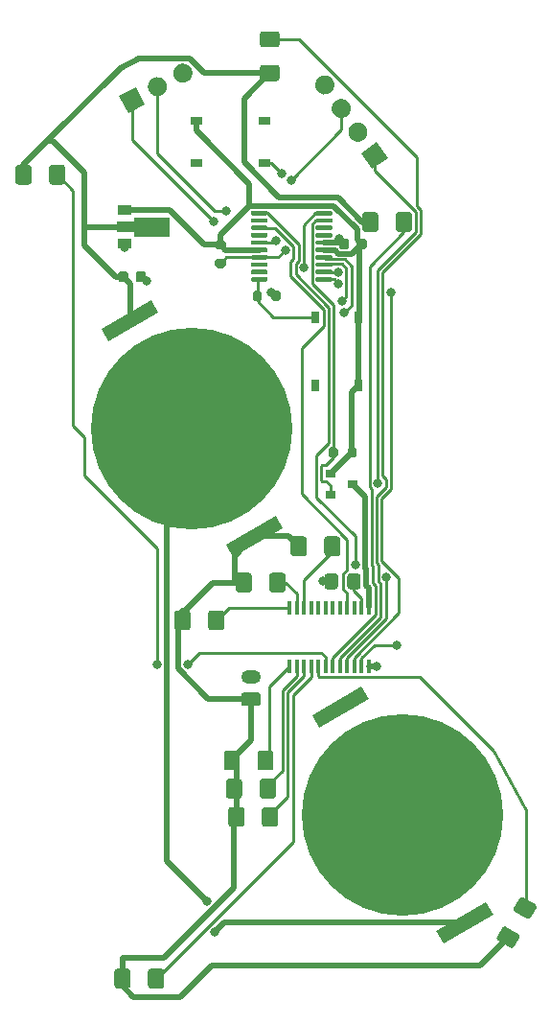
<source format=gbr>
G04 #@! TF.GenerationSoftware,KiCad,Pcbnew,5.1.7*
G04 #@! TF.CreationDate,2020-12-05T21:44:05-08:00*
G04 #@! TF.ProjectId,xmascard2020,786d6173-6361-4726-9432-3032302e6b69,rev?*
G04 #@! TF.SameCoordinates,Original*
G04 #@! TF.FileFunction,Copper,L2,Bot*
G04 #@! TF.FilePolarity,Positive*
%FSLAX46Y46*%
G04 Gerber Fmt 4.6, Leading zero omitted, Abs format (unit mm)*
G04 Created by KiCad (PCBNEW 5.1.7) date 2020-12-05 21:44:05*
%MOMM*%
%LPD*%
G01*
G04 APERTURE LIST*
G04 #@! TA.AperFunction,SMDPad,CuDef*
%ADD10C,0.100000*%
G04 #@! TD*
G04 #@! TA.AperFunction,SMDPad,CuDef*
%ADD11C,17.800000*%
G04 #@! TD*
G04 #@! TA.AperFunction,ComponentPad*
%ADD12O,1.750000X1.200000*%
G04 #@! TD*
G04 #@! TA.AperFunction,ComponentPad*
%ADD13C,0.100000*%
G04 #@! TD*
G04 #@! TA.AperFunction,SMDPad,CuDef*
%ADD14R,0.900000X0.800000*%
G04 #@! TD*
G04 #@! TA.AperFunction,SMDPad,CuDef*
%ADD15R,0.750000X1.000000*%
G04 #@! TD*
G04 #@! TA.AperFunction,SMDPad,CuDef*
%ADD16R,1.000000X0.750000*%
G04 #@! TD*
G04 #@! TA.AperFunction,SMDPad,CuDef*
%ADD17R,1.300000X0.900000*%
G04 #@! TD*
G04 #@! TA.AperFunction,SMDPad,CuDef*
%ADD18R,0.400000X1.200000*%
G04 #@! TD*
G04 #@! TA.AperFunction,ViaPad*
%ADD19C,0.800000*%
G04 #@! TD*
G04 #@! TA.AperFunction,Conductor*
%ADD20C,0.500000*%
G04 #@! TD*
G04 #@! TA.AperFunction,Conductor*
%ADD21C,0.250000*%
G04 #@! TD*
G04 APERTURE END LIST*
G04 #@! TA.AperFunction,SMDPad,CuDef*
G36*
G01*
X117425000Y-80450000D02*
X117425000Y-80950000D01*
G75*
G02*
X117200000Y-81175000I-225000J0D01*
G01*
X116750000Y-81175000D01*
G75*
G02*
X116525000Y-80950000I0J225000D01*
G01*
X116525000Y-80450000D01*
G75*
G02*
X116750000Y-80225000I225000J0D01*
G01*
X117200000Y-80225000D01*
G75*
G02*
X117425000Y-80450000I0J-225000D01*
G01*
G37*
G04 #@! TD.AperFunction*
G04 #@! TA.AperFunction,SMDPad,CuDef*
G36*
G01*
X115875000Y-80450000D02*
X115875000Y-80950000D01*
G75*
G02*
X115650000Y-81175000I-225000J0D01*
G01*
X115200000Y-81175000D01*
G75*
G02*
X114975000Y-80950000I0J225000D01*
G01*
X114975000Y-80450000D01*
G75*
G02*
X115200000Y-80225000I225000J0D01*
G01*
X115650000Y-80225000D01*
G75*
G02*
X115875000Y-80450000I0J-225000D01*
G01*
G37*
G04 #@! TD.AperFunction*
G04 #@! TA.AperFunction,SMDPad,CuDef*
D10*
G36*
X110009705Y-105793215D02*
G01*
X105610295Y-108333215D01*
X104975295Y-107233363D01*
X109374705Y-104693363D01*
X110009705Y-105793215D01*
G37*
G04 #@! TD.AperFunction*
G04 #@! TA.AperFunction,SMDPad,CuDef*
G36*
X99024705Y-86766637D02*
G01*
X94625295Y-89306637D01*
X93990295Y-88206785D01*
X98389705Y-85666785D01*
X99024705Y-86766637D01*
G37*
G04 #@! TD.AperFunction*
D11*
X102000000Y-97000000D03*
X120600000Y-131100000D03*
G04 #@! TA.AperFunction,SMDPad,CuDef*
D10*
G36*
X123575295Y-141333363D02*
G01*
X127974705Y-138793363D01*
X128609705Y-139893215D01*
X124210295Y-142433215D01*
X123575295Y-141333363D01*
G37*
G04 #@! TD.AperFunction*
G04 #@! TA.AperFunction,SMDPad,CuDef*
G36*
X112590295Y-122306785D02*
G01*
X116989705Y-119766785D01*
X117624705Y-120866637D01*
X113225295Y-123406637D01*
X112590295Y-122306785D01*
G37*
G04 #@! TD.AperFunction*
G04 #@! TA.AperFunction,SMDPad,CuDef*
G36*
G01*
X97025000Y-83850000D02*
X97025000Y-83350000D01*
G75*
G02*
X97250000Y-83125000I225000J0D01*
G01*
X97700000Y-83125000D01*
G75*
G02*
X97925000Y-83350000I0J-225000D01*
G01*
X97925000Y-83850000D01*
G75*
G02*
X97700000Y-84075000I-225000J0D01*
G01*
X97250000Y-84075000D01*
G75*
G02*
X97025000Y-83850000I0J225000D01*
G01*
G37*
G04 #@! TD.AperFunction*
G04 #@! TA.AperFunction,SMDPad,CuDef*
G36*
G01*
X95475000Y-83850000D02*
X95475000Y-83350000D01*
G75*
G02*
X95700000Y-83125000I225000J0D01*
G01*
X96150000Y-83125000D01*
G75*
G02*
X96375000Y-83350000I0J-225000D01*
G01*
X96375000Y-83850000D01*
G75*
G02*
X96150000Y-84075000I-225000J0D01*
G01*
X95700000Y-84075000D01*
G75*
G02*
X95475000Y-83850000I0J225000D01*
G01*
G37*
G04 #@! TD.AperFunction*
G04 #@! TA.AperFunction,ComponentPad*
G36*
G01*
X107825001Y-121500000D02*
X106574999Y-121500000D01*
G75*
G02*
X106325000Y-121250001I0J249999D01*
G01*
X106325000Y-120549999D01*
G75*
G02*
X106574999Y-120300000I249999J0D01*
G01*
X107825001Y-120300000D01*
G75*
G02*
X108075000Y-120549999I0J-249999D01*
G01*
X108075000Y-121250001D01*
G75*
G02*
X107825001Y-121500000I-249999J0D01*
G01*
G37*
G04 #@! TD.AperFunction*
D12*
X107200000Y-118900000D03*
G04 #@! TA.AperFunction,ComponentPad*
D13*
G36*
X95550444Y-67648545D02*
G01*
X97051455Y-66850444D01*
X97849556Y-68351455D01*
X96348545Y-69149556D01*
X95550444Y-67648545D01*
G37*
G04 #@! TD.AperFunction*
G04 #@! TA.AperFunction,ComponentPad*
G36*
G01*
X98543636Y-66057037D02*
X98543636Y-66057037D01*
G75*
G02*
X99693192Y-66408491I399051J-750505D01*
G01*
X99693192Y-66408491D01*
G75*
G02*
X99341738Y-67558047I-750505J-399051D01*
G01*
X99341738Y-67558047D01*
G75*
G02*
X98192182Y-67206593I-399051J750505D01*
G01*
X98192182Y-67206593D01*
G75*
G02*
X98543636Y-66057037I750505J399051D01*
G01*
G37*
G04 #@! TD.AperFunction*
G04 #@! TA.AperFunction,ComponentPad*
G36*
G01*
X100786323Y-64864579D02*
X100786323Y-64864579D01*
G75*
G02*
X101935879Y-65216033I399051J-750505D01*
G01*
X101935879Y-65216033D01*
G75*
G02*
X101584425Y-66365589I-750505J-399051D01*
G01*
X101584425Y-66365589D01*
G75*
G02*
X100434869Y-66014135I-399051J750505D01*
G01*
X100434869Y-66014135D01*
G75*
G02*
X100786323Y-64864579I750505J399051D01*
G01*
G37*
G04 #@! TD.AperFunction*
G04 #@! TA.AperFunction,ComponentPad*
G36*
X117891261Y-74083819D02*
G01*
X116916181Y-72691261D01*
X118308739Y-71716181D01*
X119283819Y-73108739D01*
X117891261Y-74083819D01*
G37*
G04 #@! TD.AperFunction*
G04 #@! TA.AperFunction,ComponentPad*
G36*
G01*
X115946837Y-71306894D02*
X115946837Y-71306894D01*
G75*
G02*
X116155576Y-70123075I696279J487540D01*
G01*
X116155576Y-70123075D01*
G75*
G02*
X117339395Y-70331814I487540J-696279D01*
G01*
X117339395Y-70331814D01*
G75*
G02*
X117130656Y-71515633I-696279J-487540D01*
G01*
X117130656Y-71515633D01*
G75*
G02*
X115946837Y-71306894I-487540J696279D01*
G01*
G37*
G04 #@! TD.AperFunction*
G04 #@! TA.AperFunction,ComponentPad*
G36*
G01*
X114489953Y-69226248D02*
X114489953Y-69226248D01*
G75*
G02*
X114698692Y-68042429I696279J487540D01*
G01*
X114698692Y-68042429D01*
G75*
G02*
X115882511Y-68251168I487540J-696279D01*
G01*
X115882511Y-68251168D01*
G75*
G02*
X115673772Y-69434987I-696279J-487540D01*
G01*
X115673772Y-69434987D01*
G75*
G02*
X114489953Y-69226248I-487540J696279D01*
G01*
G37*
G04 #@! TD.AperFunction*
G04 #@! TA.AperFunction,ComponentPad*
G36*
G01*
X113033069Y-67145601D02*
X113033069Y-67145601D01*
G75*
G02*
X113241808Y-65961782I696279J487540D01*
G01*
X113241808Y-65961782D01*
G75*
G02*
X114425627Y-66170521I487540J-696279D01*
G01*
X114425627Y-66170521D01*
G75*
G02*
X114216888Y-67354340I-696279J-487540D01*
G01*
X114216888Y-67354340D01*
G75*
G02*
X113033069Y-67145601I-487540J696279D01*
G01*
G37*
G04 #@! TD.AperFunction*
D14*
X114200000Y-102850000D03*
X114200000Y-100950000D03*
X116200000Y-101900000D03*
G04 #@! TA.AperFunction,SMDPad,CuDef*
G36*
G01*
X104225000Y-80375000D02*
X104775000Y-80375000D01*
G75*
G02*
X104975000Y-80575000I0J-200000D01*
G01*
X104975000Y-80975000D01*
G75*
G02*
X104775000Y-81175000I-200000J0D01*
G01*
X104225000Y-81175000D01*
G75*
G02*
X104025000Y-80975000I0J200000D01*
G01*
X104025000Y-80575000D01*
G75*
G02*
X104225000Y-80375000I200000J0D01*
G01*
G37*
G04 #@! TD.AperFunction*
G04 #@! TA.AperFunction,SMDPad,CuDef*
G36*
G01*
X104225000Y-82025000D02*
X104775000Y-82025000D01*
G75*
G02*
X104975000Y-82225000I0J-200000D01*
G01*
X104975000Y-82625000D01*
G75*
G02*
X104775000Y-82825000I-200000J0D01*
G01*
X104225000Y-82825000D01*
G75*
G02*
X104025000Y-82625000I0J200000D01*
G01*
X104025000Y-82225000D01*
G75*
G02*
X104225000Y-82025000I200000J0D01*
G01*
G37*
G04 #@! TD.AperFunction*
G04 #@! TA.AperFunction,SMDPad,CuDef*
G36*
G01*
X107375000Y-85575000D02*
X107375000Y-85025000D01*
G75*
G02*
X107575000Y-84825000I200000J0D01*
G01*
X107975000Y-84825000D01*
G75*
G02*
X108175000Y-85025000I0J-200000D01*
G01*
X108175000Y-85575000D01*
G75*
G02*
X107975000Y-85775000I-200000J0D01*
G01*
X107575000Y-85775000D01*
G75*
G02*
X107375000Y-85575000I0J200000D01*
G01*
G37*
G04 #@! TD.AperFunction*
G04 #@! TA.AperFunction,SMDPad,CuDef*
G36*
G01*
X109025000Y-85575000D02*
X109025000Y-85025000D01*
G75*
G02*
X109225000Y-84825000I200000J0D01*
G01*
X109625000Y-84825000D01*
G75*
G02*
X109825000Y-85025000I0J-200000D01*
G01*
X109825000Y-85575000D01*
G75*
G02*
X109625000Y-85775000I-200000J0D01*
G01*
X109225000Y-85775000D01*
G75*
G02*
X109025000Y-85575000I0J200000D01*
G01*
G37*
G04 #@! TD.AperFunction*
G04 #@! TA.AperFunction,SMDPad,CuDef*
G36*
G01*
X115725000Y-99375000D02*
X115725000Y-98825000D01*
G75*
G02*
X115925000Y-98625000I200000J0D01*
G01*
X116325000Y-98625000D01*
G75*
G02*
X116525000Y-98825000I0J-200000D01*
G01*
X116525000Y-99375000D01*
G75*
G02*
X116325000Y-99575000I-200000J0D01*
G01*
X115925000Y-99575000D01*
G75*
G02*
X115725000Y-99375000I0J200000D01*
G01*
G37*
G04 #@! TD.AperFunction*
G04 #@! TA.AperFunction,SMDPad,CuDef*
G36*
G01*
X114075000Y-99375000D02*
X114075000Y-98825000D01*
G75*
G02*
X114275000Y-98625000I200000J0D01*
G01*
X114675000Y-98625000D01*
G75*
G02*
X114875000Y-98825000I0J-200000D01*
G01*
X114875000Y-99375000D01*
G75*
G02*
X114675000Y-99575000I-200000J0D01*
G01*
X114275000Y-99575000D01*
G75*
G02*
X114075000Y-99375000I0J200000D01*
G01*
G37*
G04 #@! TD.AperFunction*
G04 #@! TA.AperFunction,SMDPad,CuDef*
G36*
G01*
X116900000Y-110049999D02*
X116900000Y-110950001D01*
G75*
G02*
X116650001Y-111200000I-249999J0D01*
G01*
X115949999Y-111200000D01*
G75*
G02*
X115700000Y-110950001I0J249999D01*
G01*
X115700000Y-110049999D01*
G75*
G02*
X115949999Y-109800000I249999J0D01*
G01*
X116650001Y-109800000D01*
G75*
G02*
X116900000Y-110049999I0J-249999D01*
G01*
G37*
G04 #@! TD.AperFunction*
G04 #@! TA.AperFunction,SMDPad,CuDef*
G36*
G01*
X114900000Y-110049999D02*
X114900000Y-110950001D01*
G75*
G02*
X114650001Y-111200000I-249999J0D01*
G01*
X113949999Y-111200000D01*
G75*
G02*
X113700000Y-110950001I0J249999D01*
G01*
X113700000Y-110049999D01*
G75*
G02*
X113949999Y-109800000I249999J0D01*
G01*
X114650001Y-109800000D01*
G75*
G02*
X114900000Y-110049999I0J-249999D01*
G01*
G37*
G04 #@! TD.AperFunction*
D15*
X116675000Y-93200000D03*
X116675000Y-87200000D03*
X112925000Y-87200000D03*
X112925000Y-93200000D03*
D16*
X102400000Y-69825000D03*
X108400000Y-69825000D03*
X108400000Y-73575000D03*
X102400000Y-73575000D03*
D17*
X96050000Y-80700000D03*
X96050000Y-77700000D03*
G04 #@! TA.AperFunction,SMDPad,CuDef*
D10*
G36*
X100000000Y-80066500D02*
G01*
X96875000Y-80066500D01*
X96875000Y-79650000D01*
X95400000Y-79650000D01*
X95400000Y-78750000D01*
X96875000Y-78750000D01*
X96875000Y-78333500D01*
X100000000Y-78333500D01*
X100000000Y-80066500D01*
G37*
G04 #@! TD.AperFunction*
G04 #@! TA.AperFunction,SMDPad,CuDef*
G36*
G01*
X107200000Y-83925000D02*
X107200000Y-83725000D01*
G75*
G02*
X107300000Y-83625000I100000J0D01*
G01*
X108575000Y-83625000D01*
G75*
G02*
X108675000Y-83725000I0J-100000D01*
G01*
X108675000Y-83925000D01*
G75*
G02*
X108575000Y-84025000I-100000J0D01*
G01*
X107300000Y-84025000D01*
G75*
G02*
X107200000Y-83925000I0J100000D01*
G01*
G37*
G04 #@! TD.AperFunction*
G04 #@! TA.AperFunction,SMDPad,CuDef*
G36*
G01*
X107200000Y-83275000D02*
X107200000Y-83075000D01*
G75*
G02*
X107300000Y-82975000I100000J0D01*
G01*
X108575000Y-82975000D01*
G75*
G02*
X108675000Y-83075000I0J-100000D01*
G01*
X108675000Y-83275000D01*
G75*
G02*
X108575000Y-83375000I-100000J0D01*
G01*
X107300000Y-83375000D01*
G75*
G02*
X107200000Y-83275000I0J100000D01*
G01*
G37*
G04 #@! TD.AperFunction*
G04 #@! TA.AperFunction,SMDPad,CuDef*
G36*
G01*
X107200000Y-82625000D02*
X107200000Y-82425000D01*
G75*
G02*
X107300000Y-82325000I100000J0D01*
G01*
X108575000Y-82325000D01*
G75*
G02*
X108675000Y-82425000I0J-100000D01*
G01*
X108675000Y-82625000D01*
G75*
G02*
X108575000Y-82725000I-100000J0D01*
G01*
X107300000Y-82725000D01*
G75*
G02*
X107200000Y-82625000I0J100000D01*
G01*
G37*
G04 #@! TD.AperFunction*
G04 #@! TA.AperFunction,SMDPad,CuDef*
G36*
G01*
X107200000Y-81975000D02*
X107200000Y-81775000D01*
G75*
G02*
X107300000Y-81675000I100000J0D01*
G01*
X108575000Y-81675000D01*
G75*
G02*
X108675000Y-81775000I0J-100000D01*
G01*
X108675000Y-81975000D01*
G75*
G02*
X108575000Y-82075000I-100000J0D01*
G01*
X107300000Y-82075000D01*
G75*
G02*
X107200000Y-81975000I0J100000D01*
G01*
G37*
G04 #@! TD.AperFunction*
G04 #@! TA.AperFunction,SMDPad,CuDef*
G36*
G01*
X107200000Y-81325000D02*
X107200000Y-81125000D01*
G75*
G02*
X107300000Y-81025000I100000J0D01*
G01*
X108575000Y-81025000D01*
G75*
G02*
X108675000Y-81125000I0J-100000D01*
G01*
X108675000Y-81325000D01*
G75*
G02*
X108575000Y-81425000I-100000J0D01*
G01*
X107300000Y-81425000D01*
G75*
G02*
X107200000Y-81325000I0J100000D01*
G01*
G37*
G04 #@! TD.AperFunction*
G04 #@! TA.AperFunction,SMDPad,CuDef*
G36*
G01*
X107200000Y-80675000D02*
X107200000Y-80475000D01*
G75*
G02*
X107300000Y-80375000I100000J0D01*
G01*
X108575000Y-80375000D01*
G75*
G02*
X108675000Y-80475000I0J-100000D01*
G01*
X108675000Y-80675000D01*
G75*
G02*
X108575000Y-80775000I-100000J0D01*
G01*
X107300000Y-80775000D01*
G75*
G02*
X107200000Y-80675000I0J100000D01*
G01*
G37*
G04 #@! TD.AperFunction*
G04 #@! TA.AperFunction,SMDPad,CuDef*
G36*
G01*
X107200000Y-80025000D02*
X107200000Y-79825000D01*
G75*
G02*
X107300000Y-79725000I100000J0D01*
G01*
X108575000Y-79725000D01*
G75*
G02*
X108675000Y-79825000I0J-100000D01*
G01*
X108675000Y-80025000D01*
G75*
G02*
X108575000Y-80125000I-100000J0D01*
G01*
X107300000Y-80125000D01*
G75*
G02*
X107200000Y-80025000I0J100000D01*
G01*
G37*
G04 #@! TD.AperFunction*
G04 #@! TA.AperFunction,SMDPad,CuDef*
G36*
G01*
X107200000Y-79375000D02*
X107200000Y-79175000D01*
G75*
G02*
X107300000Y-79075000I100000J0D01*
G01*
X108575000Y-79075000D01*
G75*
G02*
X108675000Y-79175000I0J-100000D01*
G01*
X108675000Y-79375000D01*
G75*
G02*
X108575000Y-79475000I-100000J0D01*
G01*
X107300000Y-79475000D01*
G75*
G02*
X107200000Y-79375000I0J100000D01*
G01*
G37*
G04 #@! TD.AperFunction*
G04 #@! TA.AperFunction,SMDPad,CuDef*
G36*
G01*
X107200000Y-78725000D02*
X107200000Y-78525000D01*
G75*
G02*
X107300000Y-78425000I100000J0D01*
G01*
X108575000Y-78425000D01*
G75*
G02*
X108675000Y-78525000I0J-100000D01*
G01*
X108675000Y-78725000D01*
G75*
G02*
X108575000Y-78825000I-100000J0D01*
G01*
X107300000Y-78825000D01*
G75*
G02*
X107200000Y-78725000I0J100000D01*
G01*
G37*
G04 #@! TD.AperFunction*
G04 #@! TA.AperFunction,SMDPad,CuDef*
G36*
G01*
X107200000Y-78075000D02*
X107200000Y-77875000D01*
G75*
G02*
X107300000Y-77775000I100000J0D01*
G01*
X108575000Y-77775000D01*
G75*
G02*
X108675000Y-77875000I0J-100000D01*
G01*
X108675000Y-78075000D01*
G75*
G02*
X108575000Y-78175000I-100000J0D01*
G01*
X107300000Y-78175000D01*
G75*
G02*
X107200000Y-78075000I0J100000D01*
G01*
G37*
G04 #@! TD.AperFunction*
G04 #@! TA.AperFunction,SMDPad,CuDef*
G36*
G01*
X112925000Y-78075000D02*
X112925000Y-77875000D01*
G75*
G02*
X113025000Y-77775000I100000J0D01*
G01*
X114300000Y-77775000D01*
G75*
G02*
X114400000Y-77875000I0J-100000D01*
G01*
X114400000Y-78075000D01*
G75*
G02*
X114300000Y-78175000I-100000J0D01*
G01*
X113025000Y-78175000D01*
G75*
G02*
X112925000Y-78075000I0J100000D01*
G01*
G37*
G04 #@! TD.AperFunction*
G04 #@! TA.AperFunction,SMDPad,CuDef*
G36*
G01*
X112925000Y-78725000D02*
X112925000Y-78525000D01*
G75*
G02*
X113025000Y-78425000I100000J0D01*
G01*
X114300000Y-78425000D01*
G75*
G02*
X114400000Y-78525000I0J-100000D01*
G01*
X114400000Y-78725000D01*
G75*
G02*
X114300000Y-78825000I-100000J0D01*
G01*
X113025000Y-78825000D01*
G75*
G02*
X112925000Y-78725000I0J100000D01*
G01*
G37*
G04 #@! TD.AperFunction*
G04 #@! TA.AperFunction,SMDPad,CuDef*
G36*
G01*
X112925000Y-79375000D02*
X112925000Y-79175000D01*
G75*
G02*
X113025000Y-79075000I100000J0D01*
G01*
X114300000Y-79075000D01*
G75*
G02*
X114400000Y-79175000I0J-100000D01*
G01*
X114400000Y-79375000D01*
G75*
G02*
X114300000Y-79475000I-100000J0D01*
G01*
X113025000Y-79475000D01*
G75*
G02*
X112925000Y-79375000I0J100000D01*
G01*
G37*
G04 #@! TD.AperFunction*
G04 #@! TA.AperFunction,SMDPad,CuDef*
G36*
G01*
X112925000Y-80025000D02*
X112925000Y-79825000D01*
G75*
G02*
X113025000Y-79725000I100000J0D01*
G01*
X114300000Y-79725000D01*
G75*
G02*
X114400000Y-79825000I0J-100000D01*
G01*
X114400000Y-80025000D01*
G75*
G02*
X114300000Y-80125000I-100000J0D01*
G01*
X113025000Y-80125000D01*
G75*
G02*
X112925000Y-80025000I0J100000D01*
G01*
G37*
G04 #@! TD.AperFunction*
G04 #@! TA.AperFunction,SMDPad,CuDef*
G36*
G01*
X112925000Y-80675000D02*
X112925000Y-80475000D01*
G75*
G02*
X113025000Y-80375000I100000J0D01*
G01*
X114300000Y-80375000D01*
G75*
G02*
X114400000Y-80475000I0J-100000D01*
G01*
X114400000Y-80675000D01*
G75*
G02*
X114300000Y-80775000I-100000J0D01*
G01*
X113025000Y-80775000D01*
G75*
G02*
X112925000Y-80675000I0J100000D01*
G01*
G37*
G04 #@! TD.AperFunction*
G04 #@! TA.AperFunction,SMDPad,CuDef*
G36*
G01*
X112925000Y-81325000D02*
X112925000Y-81125000D01*
G75*
G02*
X113025000Y-81025000I100000J0D01*
G01*
X114300000Y-81025000D01*
G75*
G02*
X114400000Y-81125000I0J-100000D01*
G01*
X114400000Y-81325000D01*
G75*
G02*
X114300000Y-81425000I-100000J0D01*
G01*
X113025000Y-81425000D01*
G75*
G02*
X112925000Y-81325000I0J100000D01*
G01*
G37*
G04 #@! TD.AperFunction*
G04 #@! TA.AperFunction,SMDPad,CuDef*
G36*
G01*
X112925000Y-81975000D02*
X112925000Y-81775000D01*
G75*
G02*
X113025000Y-81675000I100000J0D01*
G01*
X114300000Y-81675000D01*
G75*
G02*
X114400000Y-81775000I0J-100000D01*
G01*
X114400000Y-81975000D01*
G75*
G02*
X114300000Y-82075000I-100000J0D01*
G01*
X113025000Y-82075000D01*
G75*
G02*
X112925000Y-81975000I0J100000D01*
G01*
G37*
G04 #@! TD.AperFunction*
G04 #@! TA.AperFunction,SMDPad,CuDef*
G36*
G01*
X112925000Y-82625000D02*
X112925000Y-82425000D01*
G75*
G02*
X113025000Y-82325000I100000J0D01*
G01*
X114300000Y-82325000D01*
G75*
G02*
X114400000Y-82425000I0J-100000D01*
G01*
X114400000Y-82625000D01*
G75*
G02*
X114300000Y-82725000I-100000J0D01*
G01*
X113025000Y-82725000D01*
G75*
G02*
X112925000Y-82625000I0J100000D01*
G01*
G37*
G04 #@! TD.AperFunction*
G04 #@! TA.AperFunction,SMDPad,CuDef*
G36*
G01*
X112925000Y-83275000D02*
X112925000Y-83075000D01*
G75*
G02*
X113025000Y-82975000I100000J0D01*
G01*
X114300000Y-82975000D01*
G75*
G02*
X114400000Y-83075000I0J-100000D01*
G01*
X114400000Y-83275000D01*
G75*
G02*
X114300000Y-83375000I-100000J0D01*
G01*
X113025000Y-83375000D01*
G75*
G02*
X112925000Y-83275000I0J100000D01*
G01*
G37*
G04 #@! TD.AperFunction*
G04 #@! TA.AperFunction,SMDPad,CuDef*
G36*
G01*
X112925000Y-83925000D02*
X112925000Y-83725000D01*
G75*
G02*
X113025000Y-83625000I100000J0D01*
G01*
X114300000Y-83625000D01*
G75*
G02*
X114400000Y-83725000I0J-100000D01*
G01*
X114400000Y-83925000D01*
G75*
G02*
X114300000Y-84025000I-100000J0D01*
G01*
X113025000Y-84025000D01*
G75*
G02*
X112925000Y-83925000I0J100000D01*
G01*
G37*
G04 #@! TD.AperFunction*
D18*
X117592500Y-118000000D03*
X116957500Y-118000000D03*
X116322500Y-118000000D03*
X115687500Y-118000000D03*
X115052500Y-118000000D03*
X114417500Y-118000000D03*
X113782500Y-118000000D03*
X113147500Y-118000000D03*
X112512500Y-118000000D03*
X111877500Y-118000000D03*
X111242500Y-118000000D03*
X110607500Y-118000000D03*
X110607500Y-112800000D03*
X111242500Y-112800000D03*
X111877500Y-112800000D03*
X112512500Y-112800000D03*
X113147500Y-112800000D03*
X113782500Y-112800000D03*
X114417500Y-112800000D03*
X115052500Y-112800000D03*
X115687500Y-112800000D03*
X116322500Y-112800000D03*
X116957500Y-112800000D03*
X117592500Y-112800000D03*
G04 #@! TA.AperFunction,SMDPad,CuDef*
G36*
G01*
X121428024Y-78134000D02*
X121428024Y-79384000D01*
G75*
G02*
X121178024Y-79634000I-250000J0D01*
G01*
X120253024Y-79634000D01*
G75*
G02*
X120003024Y-79384000I0J250000D01*
G01*
X120003024Y-78134000D01*
G75*
G02*
X120253024Y-77884000I250000J0D01*
G01*
X121178024Y-77884000D01*
G75*
G02*
X121428024Y-78134000I0J-250000D01*
G01*
G37*
G04 #@! TD.AperFunction*
G04 #@! TA.AperFunction,SMDPad,CuDef*
G36*
G01*
X118453024Y-78134000D02*
X118453024Y-79384000D01*
G75*
G02*
X118203024Y-79634000I-250000J0D01*
G01*
X117278024Y-79634000D01*
G75*
G02*
X117028024Y-79384000I0J250000D01*
G01*
X117028024Y-78134000D01*
G75*
G02*
X117278024Y-77884000I250000J0D01*
G01*
X118203024Y-77884000D01*
G75*
G02*
X118453024Y-78134000I0J-250000D01*
G01*
G37*
G04 #@! TD.AperFunction*
G04 #@! TA.AperFunction,SMDPad,CuDef*
G36*
G01*
X108234436Y-64890000D02*
X109484436Y-64890000D01*
G75*
G02*
X109734436Y-65140000I0J-250000D01*
G01*
X109734436Y-66065000D01*
G75*
G02*
X109484436Y-66315000I-250000J0D01*
G01*
X108234436Y-66315000D01*
G75*
G02*
X107984436Y-66065000I0J250000D01*
G01*
X107984436Y-65140000D01*
G75*
G02*
X108234436Y-64890000I250000J0D01*
G01*
G37*
G04 #@! TD.AperFunction*
G04 #@! TA.AperFunction,SMDPad,CuDef*
G36*
G01*
X108234436Y-61915000D02*
X109484436Y-61915000D01*
G75*
G02*
X109734436Y-62165000I0J-250000D01*
G01*
X109734436Y-63090000D01*
G75*
G02*
X109484436Y-63340000I-250000J0D01*
G01*
X108234436Y-63340000D01*
G75*
G02*
X107984436Y-63090000I0J250000D01*
G01*
X107984436Y-62165000D01*
G75*
G02*
X108234436Y-61915000I250000J0D01*
G01*
G37*
G04 #@! TD.AperFunction*
G04 #@! TA.AperFunction,SMDPad,CuDef*
G36*
G01*
X90790972Y-73958000D02*
X90790972Y-75208000D01*
G75*
G02*
X90540972Y-75458000I-250000J0D01*
G01*
X89615972Y-75458000D01*
G75*
G02*
X89365972Y-75208000I0J250000D01*
G01*
X89365972Y-73958000D01*
G75*
G02*
X89615972Y-73708000I250000J0D01*
G01*
X90540972Y-73708000D01*
G75*
G02*
X90790972Y-73958000I0J-250000D01*
G01*
G37*
G04 #@! TD.AperFunction*
G04 #@! TA.AperFunction,SMDPad,CuDef*
G36*
G01*
X87815972Y-73958000D02*
X87815972Y-75208000D01*
G75*
G02*
X87565972Y-75458000I-250000J0D01*
G01*
X86640972Y-75458000D01*
G75*
G02*
X86390972Y-75208000I0J250000D01*
G01*
X86390972Y-73958000D01*
G75*
G02*
X86640972Y-73708000I250000J0D01*
G01*
X87565972Y-73708000D01*
G75*
G02*
X87815972Y-73958000I0J-250000D01*
G01*
G37*
G04 #@! TD.AperFunction*
G04 #@! TA.AperFunction,SMDPad,CuDef*
G36*
G01*
X131234814Y-138411244D02*
X132317346Y-139036244D01*
G75*
G02*
X132408852Y-139377750I-125000J-216506D01*
G01*
X131946352Y-140178824D01*
G75*
G02*
X131604846Y-140270330I-216506J125000D01*
G01*
X130522314Y-139645330D01*
G75*
G02*
X130430808Y-139303824I125000J216506D01*
G01*
X130893308Y-138502750D01*
G75*
G02*
X131234814Y-138411244I216506J-125000D01*
G01*
G37*
G04 #@! TD.AperFunction*
G04 #@! TA.AperFunction,SMDPad,CuDef*
G36*
G01*
X129747314Y-140987670D02*
X130829846Y-141612670D01*
G75*
G02*
X130921352Y-141954176I-125000J-216506D01*
G01*
X130458852Y-142755250D01*
G75*
G02*
X130117346Y-142846756I-216506J125000D01*
G01*
X129034814Y-142221756D01*
G75*
G02*
X128943308Y-141880250I125000J216506D01*
G01*
X129405808Y-141079176D01*
G75*
G02*
X129747314Y-140987670I216506J-125000D01*
G01*
G37*
G04 #@! TD.AperFunction*
G04 #@! TA.AperFunction,SMDPad,CuDef*
G36*
G01*
X106625000Y-130675000D02*
X106625000Y-131925000D01*
G75*
G02*
X106375000Y-132175000I-250000J0D01*
G01*
X105450000Y-132175000D01*
G75*
G02*
X105200000Y-131925000I0J250000D01*
G01*
X105200000Y-130675000D01*
G75*
G02*
X105450000Y-130425000I250000J0D01*
G01*
X106375000Y-130425000D01*
G75*
G02*
X106625000Y-130675000I0J-250000D01*
G01*
G37*
G04 #@! TD.AperFunction*
G04 #@! TA.AperFunction,SMDPad,CuDef*
G36*
G01*
X109600000Y-130675000D02*
X109600000Y-131925000D01*
G75*
G02*
X109350000Y-132175000I-250000J0D01*
G01*
X108425000Y-132175000D01*
G75*
G02*
X108175000Y-131925000I0J250000D01*
G01*
X108175000Y-130675000D01*
G75*
G02*
X108425000Y-130425000I250000J0D01*
G01*
X109350000Y-130425000D01*
G75*
G02*
X109600000Y-130675000I0J-250000D01*
G01*
G37*
G04 #@! TD.AperFunction*
G04 #@! TA.AperFunction,SMDPad,CuDef*
G36*
G01*
X109400000Y-128175000D02*
X109400000Y-129425000D01*
G75*
G02*
X109150000Y-129675000I-250000J0D01*
G01*
X108225000Y-129675000D01*
G75*
G02*
X107975000Y-129425000I0J250000D01*
G01*
X107975000Y-128175000D01*
G75*
G02*
X108225000Y-127925000I250000J0D01*
G01*
X109150000Y-127925000D01*
G75*
G02*
X109400000Y-128175000I0J-250000D01*
G01*
G37*
G04 #@! TD.AperFunction*
G04 #@! TA.AperFunction,SMDPad,CuDef*
G36*
G01*
X106425000Y-128175000D02*
X106425000Y-129425000D01*
G75*
G02*
X106175000Y-129675000I-250000J0D01*
G01*
X105250000Y-129675000D01*
G75*
G02*
X105000000Y-129425000I0J250000D01*
G01*
X105000000Y-128175000D01*
G75*
G02*
X105250000Y-127925000I250000J0D01*
G01*
X106175000Y-127925000D01*
G75*
G02*
X106425000Y-128175000I0J-250000D01*
G01*
G37*
G04 #@! TD.AperFunction*
G04 #@! TA.AperFunction,SMDPad,CuDef*
G36*
G01*
X106225000Y-125675000D02*
X106225000Y-126925000D01*
G75*
G02*
X105975000Y-127175000I-250000J0D01*
G01*
X105050000Y-127175000D01*
G75*
G02*
X104800000Y-126925000I0J250000D01*
G01*
X104800000Y-125675000D01*
G75*
G02*
X105050000Y-125425000I250000J0D01*
G01*
X105975000Y-125425000D01*
G75*
G02*
X106225000Y-125675000I0J-250000D01*
G01*
G37*
G04 #@! TD.AperFunction*
G04 #@! TA.AperFunction,SMDPad,CuDef*
G36*
G01*
X109200000Y-125675000D02*
X109200000Y-126925000D01*
G75*
G02*
X108950000Y-127175000I-250000J0D01*
G01*
X108025000Y-127175000D01*
G75*
G02*
X107775000Y-126925000I0J250000D01*
G01*
X107775000Y-125675000D01*
G75*
G02*
X108025000Y-125425000I250000J0D01*
G01*
X108950000Y-125425000D01*
G75*
G02*
X109200000Y-125675000I0J-250000D01*
G01*
G37*
G04 #@! TD.AperFunction*
G04 #@! TA.AperFunction,SMDPad,CuDef*
G36*
G01*
X99533344Y-144948000D02*
X99533344Y-146198000D01*
G75*
G02*
X99283344Y-146448000I-250000J0D01*
G01*
X98358344Y-146448000D01*
G75*
G02*
X98108344Y-146198000I0J250000D01*
G01*
X98108344Y-144948000D01*
G75*
G02*
X98358344Y-144698000I250000J0D01*
G01*
X99283344Y-144698000D01*
G75*
G02*
X99533344Y-144948000I0J-250000D01*
G01*
G37*
G04 #@! TD.AperFunction*
G04 #@! TA.AperFunction,SMDPad,CuDef*
G36*
G01*
X96558344Y-144948000D02*
X96558344Y-146198000D01*
G75*
G02*
X96308344Y-146448000I-250000J0D01*
G01*
X95383344Y-146448000D01*
G75*
G02*
X95133344Y-146198000I0J250000D01*
G01*
X95133344Y-144948000D01*
G75*
G02*
X95383344Y-144698000I250000J0D01*
G01*
X96308344Y-144698000D01*
G75*
G02*
X96558344Y-144948000I0J-250000D01*
G01*
G37*
G04 #@! TD.AperFunction*
G04 #@! TA.AperFunction,SMDPad,CuDef*
G36*
G01*
X101863279Y-113316000D02*
X101863279Y-114566000D01*
G75*
G02*
X101613279Y-114816000I-250000J0D01*
G01*
X100688279Y-114816000D01*
G75*
G02*
X100438279Y-114566000I0J250000D01*
G01*
X100438279Y-113316000D01*
G75*
G02*
X100688279Y-113066000I250000J0D01*
G01*
X101613279Y-113066000D01*
G75*
G02*
X101863279Y-113316000I0J-250000D01*
G01*
G37*
G04 #@! TD.AperFunction*
G04 #@! TA.AperFunction,SMDPad,CuDef*
G36*
G01*
X104838279Y-113316000D02*
X104838279Y-114566000D01*
G75*
G02*
X104588279Y-114816000I-250000J0D01*
G01*
X103663279Y-114816000D01*
G75*
G02*
X103413279Y-114566000I0J250000D01*
G01*
X103413279Y-113316000D01*
G75*
G02*
X103663279Y-113066000I250000J0D01*
G01*
X104588279Y-113066000D01*
G75*
G02*
X104838279Y-113316000I0J-250000D01*
G01*
G37*
G04 #@! TD.AperFunction*
G04 #@! TA.AperFunction,SMDPad,CuDef*
G36*
G01*
X110249830Y-109978000D02*
X110249830Y-111228000D01*
G75*
G02*
X109999830Y-111478000I-250000J0D01*
G01*
X109074830Y-111478000D01*
G75*
G02*
X108824830Y-111228000I0J250000D01*
G01*
X108824830Y-109978000D01*
G75*
G02*
X109074830Y-109728000I250000J0D01*
G01*
X109999830Y-109728000D01*
G75*
G02*
X110249830Y-109978000I0J-250000D01*
G01*
G37*
G04 #@! TD.AperFunction*
G04 #@! TA.AperFunction,SMDPad,CuDef*
G36*
G01*
X107274830Y-109978000D02*
X107274830Y-111228000D01*
G75*
G02*
X107024830Y-111478000I-250000J0D01*
G01*
X106099830Y-111478000D01*
G75*
G02*
X105849830Y-111228000I0J250000D01*
G01*
X105849830Y-109978000D01*
G75*
G02*
X106099830Y-109728000I250000J0D01*
G01*
X107024830Y-109728000D01*
G75*
G02*
X107274830Y-109978000I0J-250000D01*
G01*
G37*
G04 #@! TD.AperFunction*
G04 #@! TA.AperFunction,SMDPad,CuDef*
G36*
G01*
X112132443Y-106768000D02*
X112132443Y-108018000D01*
G75*
G02*
X111882443Y-108268000I-250000J0D01*
G01*
X110957443Y-108268000D01*
G75*
G02*
X110707443Y-108018000I0J250000D01*
G01*
X110707443Y-106768000D01*
G75*
G02*
X110957443Y-106518000I250000J0D01*
G01*
X111882443Y-106518000D01*
G75*
G02*
X112132443Y-106768000I0J-250000D01*
G01*
G37*
G04 #@! TD.AperFunction*
G04 #@! TA.AperFunction,SMDPad,CuDef*
G36*
G01*
X115107443Y-106768000D02*
X115107443Y-108018000D01*
G75*
G02*
X114857443Y-108268000I-250000J0D01*
G01*
X113932443Y-108268000D01*
G75*
G02*
X113682443Y-108018000I0J250000D01*
G01*
X113682443Y-106768000D01*
G75*
G02*
X113932443Y-106518000I250000J0D01*
G01*
X114857443Y-106518000D01*
G75*
G02*
X115107443Y-106768000I0J-250000D01*
G01*
G37*
G04 #@! TD.AperFunction*
D19*
X109000000Y-85000000D03*
X96000000Y-81000000D03*
X103300000Y-138700000D03*
X103963893Y-141455271D03*
X98000000Y-84000000D03*
X115000000Y-80200000D03*
X118300000Y-118000000D03*
X113600000Y-110500000D03*
X120600000Y-131100000D03*
X101600000Y-117800000D03*
X98900000Y-117800000D03*
X115454450Y-86743797D03*
X103900000Y-78700000D03*
X115236054Y-85746927D03*
X105000000Y-77800000D03*
X114887183Y-83175061D03*
X118400000Y-101800000D03*
X120100000Y-116100000D03*
X114900000Y-84174990D03*
X110230894Y-81243177D03*
X110750001Y-75049999D03*
X109374990Y-80430866D03*
X109900000Y-74500000D03*
X119161357Y-110113633D03*
X116424710Y-109000000D03*
X111874980Y-82800000D03*
X119575021Y-85000000D03*
D20*
X96507500Y-84182500D02*
X95925000Y-83600000D01*
X96507500Y-87486711D02*
X96507500Y-84182500D01*
X95925000Y-83600000D02*
X95245472Y-83600000D01*
X95245472Y-83600000D02*
X92472736Y-80827264D01*
X110540232Y-106513289D02*
X111419943Y-107393000D01*
X107492500Y-106513289D02*
X110540232Y-106513289D01*
X105849830Y-110603000D02*
X106562330Y-110603000D01*
X105757649Y-108248140D02*
X105757649Y-110510819D01*
X105757649Y-110510819D02*
X105849830Y-110603000D01*
X107492500Y-106513289D02*
X105757649Y-108248140D01*
X101150779Y-113941000D02*
X101150779Y-113066000D01*
X95845844Y-144698000D02*
X95845844Y-145573000D01*
X95845844Y-143745844D02*
X95845844Y-144698000D01*
X107200000Y-120900000D02*
X107200000Y-124512500D01*
X107200000Y-124512500D02*
X105412500Y-126300000D01*
X100749998Y-118208002D02*
X103441996Y-120900000D01*
X103441996Y-120900000D02*
X107200000Y-120900000D01*
X106562330Y-110603000D02*
X103830316Y-110603000D01*
X103830316Y-110603000D02*
X100749998Y-113683318D01*
X100749998Y-113683318D02*
X100749998Y-118208002D01*
X87678460Y-73133012D02*
X87103472Y-73708000D01*
X87103472Y-73708000D02*
X87103472Y-74583000D01*
X95845844Y-143745844D02*
X95845844Y-146232281D01*
X100961824Y-147175010D02*
X103736834Y-144400000D01*
X96788573Y-147175010D02*
X100961824Y-147175010D01*
X105712500Y-131300000D02*
X105712500Y-137535804D01*
X99502460Y-143745844D02*
X95845844Y-143745844D01*
X105712500Y-137535804D02*
X99502460Y-143745844D01*
X95845844Y-146232281D02*
X96788573Y-147175010D01*
X127449543Y-144400000D02*
X129932330Y-141917213D01*
X103736834Y-144400000D02*
X127449543Y-144400000D01*
X105912500Y-126300000D02*
X105912500Y-128800000D01*
X105912500Y-128800000D02*
X105912500Y-131300000D01*
X103096792Y-65602500D02*
X101809375Y-64315083D01*
X108859436Y-65602500D02*
X103096792Y-65602500D01*
X97283683Y-64315083D02*
X95686234Y-65125238D01*
X101809375Y-64315083D02*
X97283683Y-64315083D01*
X95686234Y-65125238D02*
X89205736Y-71605736D01*
X89205736Y-71605736D02*
X87678460Y-73133012D01*
X89705736Y-71605736D02*
X89205736Y-71605736D01*
X92472736Y-74372736D02*
X89705736Y-71605736D01*
X92500000Y-79200000D02*
X92472736Y-79172736D01*
X96137500Y-79200000D02*
X92500000Y-79200000D01*
X92472736Y-80827264D02*
X92472736Y-79172736D01*
X92472736Y-79172736D02*
X92472736Y-74372736D01*
X117059000Y-78759000D02*
X117740524Y-78759000D01*
X114900000Y-76600000D02*
X117059000Y-78759000D01*
X109700000Y-76600000D02*
X114900000Y-76600000D01*
X106600000Y-73500000D02*
X109700000Y-76600000D01*
X108859436Y-65602500D02*
X106600000Y-67861936D01*
X106600000Y-67861936D02*
X106600000Y-73500000D01*
X99800000Y-99200000D02*
X102000000Y-97000000D01*
X103300000Y-138700000D02*
X99800000Y-135200000D01*
X99800000Y-135200000D02*
X99800000Y-99200000D01*
X126092500Y-140613289D02*
X104805875Y-140613289D01*
X104805875Y-140613289D02*
X103963893Y-141455271D01*
X97600000Y-83600000D02*
X98000000Y-84000000D01*
X97475000Y-83600000D02*
X97600000Y-83600000D01*
X109125000Y-85000000D02*
X109425000Y-85300000D01*
X109000000Y-85000000D02*
X109125000Y-85000000D01*
X115300000Y-80575000D02*
X115325000Y-80600000D01*
X113662500Y-80575000D02*
X115300000Y-80575000D01*
D21*
X115325000Y-80600000D02*
X115325000Y-80525000D01*
X115325000Y-80525000D02*
X115000000Y-80200000D01*
D20*
X117592500Y-118000000D02*
X118300000Y-118000000D01*
D21*
X114300000Y-110500000D02*
X113600000Y-110500000D01*
D20*
X104950000Y-81225000D02*
X104500000Y-80775000D01*
X107937500Y-81225000D02*
X104950000Y-81225000D01*
X103077912Y-80775000D02*
X104500000Y-80775000D01*
X100002912Y-77700000D02*
X103077912Y-80775000D01*
X96050000Y-77700000D02*
X100002912Y-77700000D01*
X96125000Y-77625000D02*
X96050000Y-77700000D01*
X114275000Y-100950000D02*
X116125000Y-99100000D01*
X114200000Y-100950000D02*
X114275000Y-100950000D01*
X116125000Y-93750000D02*
X116675000Y-93200000D01*
X116125000Y-99100000D02*
X116125000Y-93750000D01*
X116675000Y-87200000D02*
X116675000Y-93200000D01*
X116767563Y-80707437D02*
X116875000Y-80600000D01*
X116675000Y-87200000D02*
X116767563Y-87107437D01*
X116767563Y-87107437D02*
X116767563Y-80707437D01*
X104500000Y-79897166D02*
X107072176Y-77324990D01*
X104500000Y-80775000D02*
X104500000Y-79897166D01*
X107072176Y-77324990D02*
X108324990Y-77324990D01*
X116578014Y-80303014D02*
X116875000Y-80600000D01*
X114527824Y-77324990D02*
X116578014Y-79375180D01*
X116578014Y-79375180D02*
X116578014Y-80303014D01*
X108324990Y-77324990D02*
X114527824Y-77324990D01*
X114950638Y-81552010D02*
X116122990Y-81552010D01*
X116122990Y-81552010D02*
X116975000Y-80700000D01*
X114623628Y-81225000D02*
X114950638Y-81552010D01*
X113662500Y-81225000D02*
X114623628Y-81225000D01*
X107072176Y-75372176D02*
X107072176Y-77324990D01*
X102400000Y-70700000D02*
X107072176Y-75372176D01*
X102400000Y-69825000D02*
X102400000Y-70700000D01*
D21*
X118850011Y-101177007D02*
X118850011Y-83186400D01*
X122203045Y-77709420D02*
X121866203Y-77372579D01*
X119125002Y-102148002D02*
X119125002Y-101451998D01*
X118850011Y-83186400D02*
X122203045Y-79833366D01*
X121866203Y-77372579D02*
X121866203Y-73055914D01*
X122203045Y-79833366D02*
X122203045Y-77709420D01*
X119125002Y-101451998D02*
X118850011Y-101177007D01*
X111437789Y-62627500D02*
X108859436Y-62627500D01*
X121866203Y-73055914D02*
X111437789Y-62627500D01*
X118299742Y-102973262D02*
X119125002Y-102148002D01*
X118436355Y-108999722D02*
X118299742Y-108863109D01*
X118299742Y-108863109D02*
X118299742Y-102973262D01*
X118436355Y-110461635D02*
X118436355Y-108999722D01*
X118649988Y-110675268D02*
X118436355Y-110461635D01*
X118649988Y-113648277D02*
X118649988Y-110675268D01*
X115052500Y-117245765D02*
X118649988Y-113648277D01*
X115052500Y-118000000D02*
X115052500Y-117245765D01*
X118199977Y-113461877D02*
X118199977Y-110861668D01*
X114417500Y-118000000D02*
X114417500Y-117244354D01*
X114417500Y-117244354D02*
X118199977Y-113461877D01*
X117674998Y-102148002D02*
X117674998Y-82674526D01*
X117674998Y-82674526D02*
X120715524Y-79634000D01*
X118199977Y-110861668D02*
X117986344Y-110648035D01*
X117986344Y-109186122D02*
X117849731Y-109049509D01*
X120715524Y-79634000D02*
X120715524Y-78759000D01*
X117849731Y-109049509D02*
X117849731Y-102322735D01*
X117986344Y-110648035D02*
X117986344Y-109186122D01*
X117849731Y-102322735D02*
X117674998Y-102148002D01*
X92500000Y-101153002D02*
X92500000Y-97726416D01*
X91500000Y-76004528D02*
X90078472Y-74583000D01*
X92500000Y-97726416D02*
X91500000Y-96726416D01*
X98900000Y-117800000D02*
X98900000Y-107553002D01*
X91500000Y-96726416D02*
X91500000Y-76004528D01*
X98900000Y-107553002D02*
X92500000Y-101153002D01*
X102625001Y-116774999D02*
X101600000Y-117800000D01*
X113407499Y-116774999D02*
X102625001Y-116774999D01*
X113782500Y-117150000D02*
X113407499Y-116774999D01*
X113782500Y-118000000D02*
X113782500Y-117150000D01*
X113147500Y-118850000D02*
X113222501Y-118925001D01*
X128665031Y-125465031D02*
X131500000Y-130739084D01*
X131500000Y-139260617D02*
X131419830Y-139340787D01*
X113147500Y-118000000D02*
X113147500Y-118850000D01*
X122125001Y-118925001D02*
X128665031Y-125465031D01*
X113222501Y-118925001D02*
X122125001Y-118925001D01*
X131500000Y-130739084D02*
X131500000Y-139260617D01*
X110900022Y-120499978D02*
X110900022Y-133493822D01*
X110900022Y-133493822D02*
X98820844Y-145573000D01*
X112512500Y-118000000D02*
X112512500Y-118887500D01*
X112512500Y-118887500D02*
X110900022Y-120499978D01*
X110450011Y-129537489D02*
X109369815Y-130617685D01*
X111877500Y-118850000D02*
X110450011Y-120277489D01*
X110450011Y-120277489D02*
X110450011Y-129537489D01*
X111877500Y-118000000D02*
X111877500Y-118850000D01*
X110000000Y-127187500D02*
X108943185Y-128244315D01*
X110000000Y-120091090D02*
X110000000Y-127187500D01*
X111242500Y-118848590D02*
X110000000Y-120091090D01*
X111242500Y-118000000D02*
X111242500Y-118848590D01*
X108810355Y-119797145D02*
X108810355Y-125877145D01*
X110607500Y-118000000D02*
X108810355Y-119797145D01*
X105266779Y-112800000D02*
X104125779Y-113941000D01*
X110607500Y-112800000D02*
X105266779Y-112800000D01*
X111242500Y-111595670D02*
X111242500Y-112800000D01*
X110249830Y-110603000D02*
X111242500Y-111595670D01*
X109537330Y-110603000D02*
X110249830Y-110603000D01*
X114394943Y-107866706D02*
X114394943Y-107393000D01*
X111877500Y-110384149D02*
X114394943Y-107866706D01*
X111877500Y-112800000D02*
X111877500Y-110384149D01*
X115475556Y-82054021D02*
X116075013Y-82653478D01*
X113662500Y-81875000D02*
X113841521Y-82054021D01*
X116075013Y-86123234D02*
X115454450Y-86743797D01*
X116075013Y-82653478D02*
X116075013Y-86123234D01*
X113841521Y-82054021D02*
X115475556Y-82054021D01*
X96700000Y-71500000D02*
X96700000Y-68000000D01*
X103900000Y-78700000D02*
X96700000Y-71500000D01*
X115625002Y-85357979D02*
X115236054Y-85746927D01*
X115223064Y-82450060D02*
X115625002Y-82851998D01*
X113662500Y-82525000D02*
X113737440Y-82450060D01*
X115625002Y-82851998D02*
X115625002Y-85357979D01*
X113737440Y-82450060D02*
X115223064Y-82450060D01*
X98942687Y-72742687D02*
X98942687Y-66807542D01*
X105000000Y-77800000D02*
X104000000Y-77800000D01*
X104000000Y-77800000D02*
X98942687Y-72742687D01*
X113662500Y-83175000D02*
X114887122Y-83175000D01*
X114887122Y-83175000D02*
X114887183Y-83175061D01*
X121753034Y-77895820D02*
X121753034Y-79646966D01*
X118100000Y-74242786D02*
X121753034Y-77895820D01*
X118100000Y-72900000D02*
X118100000Y-74242786D01*
X118400000Y-83000000D02*
X118400000Y-101800000D01*
X121753034Y-79646966D02*
X118400000Y-83000000D01*
X118107498Y-116100000D02*
X116957500Y-117249998D01*
X120100000Y-116100000D02*
X118107498Y-116100000D01*
X116957500Y-117249998D02*
X116957500Y-118000000D01*
X113662500Y-83825000D02*
X114550010Y-83825000D01*
X114550010Y-83825000D02*
X114900000Y-84174990D01*
X105050000Y-81875000D02*
X104500000Y-82425000D01*
X107937500Y-81875000D02*
X105050000Y-81875000D01*
X107937500Y-81875000D02*
X109599071Y-81875000D01*
X109599071Y-81875000D02*
X110230894Y-81243177D01*
X115186232Y-70613768D02*
X110750001Y-75049999D01*
X115186232Y-68738708D02*
X115186232Y-70613768D01*
X113424999Y-101610001D02*
X113424999Y-100289999D01*
X114200000Y-102024990D02*
X113850011Y-101675001D01*
X113489999Y-101675001D02*
X113424999Y-101610001D01*
X114200000Y-102850000D02*
X114200000Y-102024990D01*
X113850011Y-101675001D02*
X113489999Y-101675001D01*
X113825001Y-100224999D02*
X114475000Y-99575000D01*
X113424999Y-100289999D02*
X113489999Y-100224999D01*
X113489999Y-100224999D02*
X113825001Y-100224999D01*
X114475000Y-99575000D02*
X114475000Y-99100000D01*
X112925000Y-78625000D02*
X112599990Y-78950010D01*
X112599990Y-78950010D02*
X112599990Y-84183865D01*
X112599990Y-84183865D02*
X114525023Y-86108898D01*
X114525023Y-86108898D02*
X114525023Y-99049977D01*
X114525023Y-99049977D02*
X114475000Y-99100000D01*
X113662500Y-78625000D02*
X112925000Y-78625000D01*
D20*
X117274720Y-102974720D02*
X117274720Y-109287686D01*
X117274720Y-109287686D02*
X117411333Y-109424299D01*
X117411333Y-109424299D02*
X117411333Y-110886212D01*
X117411333Y-110886212D02*
X117607501Y-111082380D01*
X117607501Y-111082380D02*
X117607501Y-112784999D01*
X116200000Y-101900000D02*
X117274720Y-102974720D01*
D21*
X107775000Y-83987500D02*
X107937500Y-83825000D01*
X107775000Y-85300000D02*
X107775000Y-83987500D01*
X109200000Y-87200000D02*
X112925000Y-87200000D01*
X107775000Y-85775000D02*
X109200000Y-87200000D01*
X107775000Y-85300000D02*
X107775000Y-85775000D01*
X116957500Y-112800000D02*
X116957500Y-111950000D01*
X116957500Y-111950000D02*
X116300000Y-111292500D01*
X116300000Y-111292500D02*
X116300000Y-110500000D01*
X107937500Y-80575000D02*
X109230856Y-80575000D01*
X109230856Y-80575000D02*
X109374990Y-80430866D01*
X108975000Y-73575000D02*
X109900000Y-74500000D01*
X108400000Y-73575000D02*
X108975000Y-73575000D01*
X115687500Y-111500690D02*
X115374990Y-111188180D01*
X111699968Y-102797335D02*
X111699968Y-89885034D01*
X115687500Y-106784866D02*
X111699968Y-102797335D01*
X113625000Y-87960002D02*
X113625000Y-86481698D01*
X115374990Y-109811820D02*
X115687500Y-109499310D01*
X115374990Y-111188180D02*
X115374990Y-109811820D01*
X110955904Y-82009663D02*
X110955904Y-80892316D01*
X110699968Y-82265599D02*
X110955904Y-82009663D01*
X113625000Y-86481698D02*
X110699968Y-83556666D01*
X111699968Y-89885034D02*
X113625000Y-87960002D01*
X109338590Y-79275000D02*
X107937500Y-79275000D01*
X110699968Y-83556666D02*
X110699968Y-82265599D01*
X115687500Y-109499310D02*
X115687500Y-106784866D01*
X110955904Y-80892316D02*
X109338590Y-79275000D01*
X115687500Y-112800000D02*
X115687500Y-111500690D01*
X108675000Y-77975000D02*
X111405915Y-80705915D01*
X107937500Y-77975000D02*
X108675000Y-77975000D01*
X114075011Y-86295298D02*
X114075011Y-98282511D01*
X111405915Y-80705915D02*
X111405915Y-82196063D01*
X111149979Y-83370266D02*
X114075011Y-86295298D01*
X116424710Y-106509711D02*
X116424710Y-109000000D01*
X111405915Y-82196063D02*
X111149979Y-82451999D01*
X112974991Y-99382531D02*
X112974988Y-103059989D01*
X111149979Y-82451999D02*
X111149979Y-83370266D01*
X112974988Y-103059989D02*
X116424710Y-106509711D01*
X114075011Y-98282511D02*
X112974991Y-99382531D01*
X115687500Y-118000000D02*
X115687500Y-117247176D01*
X119161357Y-113773319D02*
X119161357Y-110113633D01*
X115687500Y-117247176D02*
X119161357Y-113773319D01*
X112925000Y-77975000D02*
X113662500Y-77975000D01*
X111874980Y-79025020D02*
X112925000Y-77975000D01*
X111874980Y-82800000D02*
X111874980Y-79025020D01*
X120287682Y-110214638D02*
X118749753Y-108676709D01*
X119575021Y-102334394D02*
X119575021Y-85000000D01*
X120287682Y-113283405D02*
X120287682Y-110214638D01*
X116322500Y-118000000D02*
X116322500Y-117248587D01*
X116322500Y-117248587D02*
X120287682Y-113283405D01*
X118749753Y-103159662D02*
X119575021Y-102334394D01*
X118749753Y-108676709D02*
X118749753Y-103159662D01*
M02*

</source>
